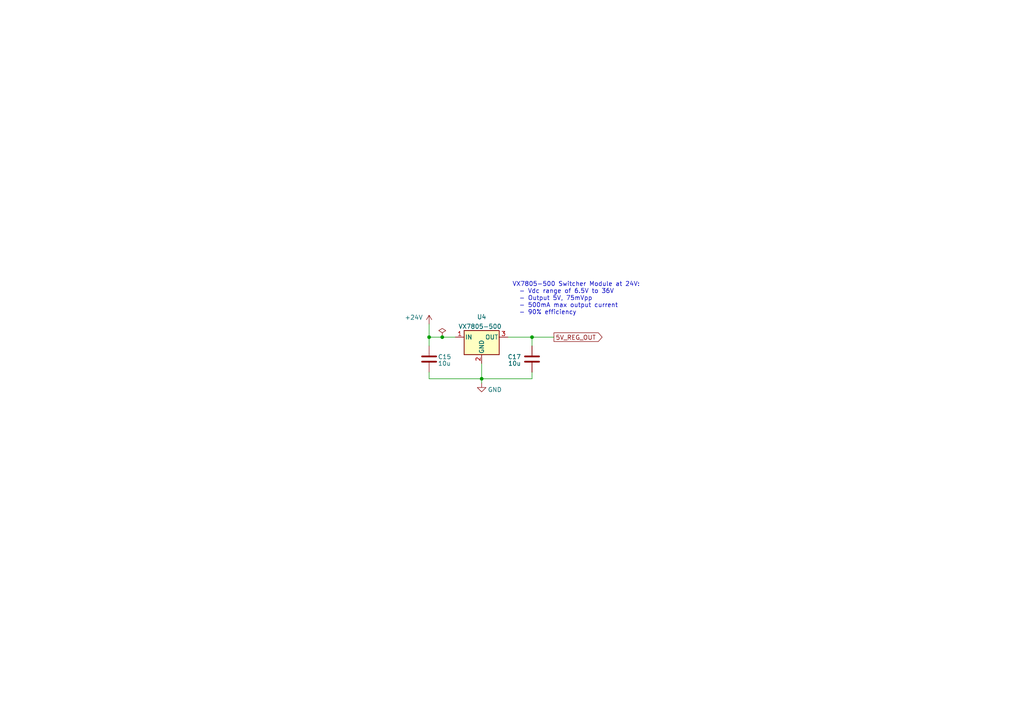
<source format=kicad_sch>
(kicad_sch (version 20211123) (generator eeschema)
  (paper "A4")
  (title_block (title "Luminator MAX3000 Custom Driver Board") (date "2023-03-21") (rev "E"))
  (lib_symbols
    (symbol "Device:C" (pin_numbers hide) (pin_names (offset 0.254))
      (property "Reference" "C" (at 0.635 2.54 0))
      (property "Value" "C" (at 0.635 -2.54 0))
      (symbol "C_0_1"
        (polyline (pts (xy -2.032 -0.762) (xy 2.032 -0.762)) (stroke (width 0.508)))
        (polyline (pts (xy -2.032 0.762) (xy 2.032 0.762)) (stroke (width 0.508)))
      )
      (symbol "C_1_1"
        (pin passive line (at 0 3.81 270) (length 2.794) (name "~") (number "1"))
        (pin passive line (at 0 -3.81 90) (length 2.794) (name "~") (number "2"))
      )
    )
    (symbol "Regulator_Linear:L7805" (pin_names (offset 0.254))
      (property "Reference" "U" (at -3.81 3.175 0))
      (property "Value" "L7805" (at 0 3.175 0))
      (symbol "L7805_0_1"
        (rectangle (start -5.08 1.905) (end 5.08 -5.08) (stroke (width 0.254)) (fill (type background)))
      )
      (symbol "L7805_1_1"
        (pin power_in line (at -7.62 0 0) (length 2.54) (name "IN") (number "1"))
        (pin power_in line (at 0 -7.62 90) (length 2.54) (name "GND") (number "2"))
        (pin power_out line (at 7.62 0 180) (length 2.54) (name "OUT") (number "3"))
      )
    )
    (symbol "power:+24V" (power) (pin_names (offset 0))
      (property "Value" "+24V" (at 0 3.556 0))
      (symbol "+24V_0_1"
        (polyline (pts (xy -0.762 1.27) (xy 0 2.54)))
        (polyline (pts (xy 0 0) (xy 0 2.54)))
        (polyline (pts (xy 0 2.54) (xy 0.762 1.27)))
      )
      (symbol "+24V_1_1"
        (pin power_in line (at 0 0 90) (length 0) hide (name "+24V") (number "1"))
      )
    )
    (symbol "power:GND" (power) (pin_names (offset 0))
      (property "Value" "GND" (at 0 -3.81 0))
      (symbol "GND_0_1"
        (polyline (pts (xy 0 0) (xy 0 -1.27) (xy 1.27 -1.27) (xy 0 -2.54) (xy -1.27 -1.27) (xy 0 -1.27)))
      )
      (symbol "GND_1_1"
        (pin power_in line (at 0 0 270) (length 0) hide (name "GND") (number "1"))
      )
    )
    (symbol "power:PWR_FLAG" (power) (pin_numbers hide) (pin_names (offset 0) hide)
      (property "Value" "PWR_FLAG" (at 0 3.81 0))
      (symbol "PWR_FLAG_0_0"
        (pin power_out line (at 0 0 90) (length 0) (name "pwr") (number "1"))
      )
      (symbol "PWR_FLAG_0_1"
        (polyline (pts (xy 0 0) (xy 0 1.27) (xy -1.016 1.905) (xy 0 2.54) (xy 1.016 1.905) (xy 0 1.27)))
      )
    )
  )
  (junction (at 124.46 97.79))
  (junction (at 139.7 109.855))
  (junction (at 128.27 97.79))
  (junction (at 154.305 97.79))
  (wire (pts (xy 154.305 109.855) (xy 139.7 109.855)))
  (wire (pts (xy 154.305 107.95) (xy 154.305 109.855)))
  (wire (pts (xy 124.46 109.855) (xy 139.7 109.855)))
  (wire (pts (xy 124.46 93.98) (xy 124.46 97.79)))
  (wire (pts (xy 139.7 109.855) (xy 139.7 111.125)))
  (wire (pts (xy 139.7 105.41) (xy 139.7 109.855)))
  (wire (pts (xy 154.305 97.79) (xy 154.305 100.33)))
  (wire (pts (xy 147.32 97.79) (xy 154.305 97.79)))
  (wire (pts (xy 154.305 97.79) (xy 160.655 97.79)))
  (wire (pts (xy 128.27 97.79) (xy 132.08 97.79)))
  (wire (pts (xy 124.46 107.95) (xy 124.46 109.855)))
  (wire (pts (xy 124.46 97.79) (xy 128.27 97.79)))
  (wire (pts (xy 124.46 97.79) (xy 124.46 100.33)))
  (text "VX7805-500 Switcher Module at 24V:\n  - Vdc range of 6.5V to 36V\n  - Output 5V, 75mVpp\n  - 500mA max output current\n  - 90% efficiency" (at 148.59 91.44 0) (effects (font (size 1.27 1.27)) (justify left bottom)))
  (global_label "5V_REG_OUT" (shape output) (at 160.655 97.79 0) (property "Intersheet References" "${INTERSHEET_REFS}" (effects hide)))
  (symbol (lib_id "power:GND") (at 139.7 111.125 0) (unit 1)
    (property "Reference" "#PWR015" (effects hide))
    (property "Value" "GND" (at 143.51 113.03 0))
  )
  (symbol (lib_id "Device:C") (at 124.46 104.14 0) (mirror y) (unit 1)
    (property "Reference" "C15" (at 127 103.505 0) (effects (justify right)))
    (property "Value" "10u" (at 127 105.41 0) (effects (justify right)))
    (property "Footprint" "Capacitor_SMD:C_0805_2012Metric" (effects hide))
    (property "LCSC" "C440198" (effects hide))
    (property "Digikey" "490-18663-1-ND" (effects hide))
  )
  (symbol (lib_id "power:+24V") (at 124.46 93.98 0) (unit 1)
    (property "Reference" "#PWR014" (effects hide))
    (property "Value" "+24V" (at 120.015 92.075 0))
  )
  (symbol (lib_id "Regulator_Linear:L7805") (at 139.7 97.79 0) (unit 1)
    (property "Reference" "U4" (at 139.7 91.9185 0))
    (property "Value" "VX7805-500 " (at 139.7 94.6936 0))
    (property "Footprint" "Converter_DCDC:Converter_DCDC_RECOM_R-78E-0.5_THT" (effects hide))
    (property "Datasheet" "http://www.st.com/content/ccc/resource/technical/document/datasheet/41/4f/b3/b0/12/d4/47/88/CD00000444.pdf/files/CD00000444.pdf/jcr:content/translations/en.CD00000444.pdf" (effects hide))
    (property "Digikey" "102-4244-ND" (effects hide))
  )
  (symbol (lib_id "power:PWR_FLAG") (at 128.27 97.79 0) (unit 1)
    (property "Reference" "#FLG0102" (effects hide))
    (property "Value" "PWR_FLAG" (effects hide))
  )
  (symbol (lib_id "Device:C") (at 154.305 104.14 0) (unit 1)
    (property "Reference" "C17" (at 151.13 103.505 0) (effects (justify right)))
    (property "Value" "10u" (at 151.13 105.41 0) (effects (justify right)))
    (property "Footprint" "Capacitor_SMD:C_0805_2012Metric" (effects hide))
    (property "LCSC" "C440198" (effects hide))
    (property "Digikey" "490-18663-1-ND" (effects hide))
  )
)
</source>
